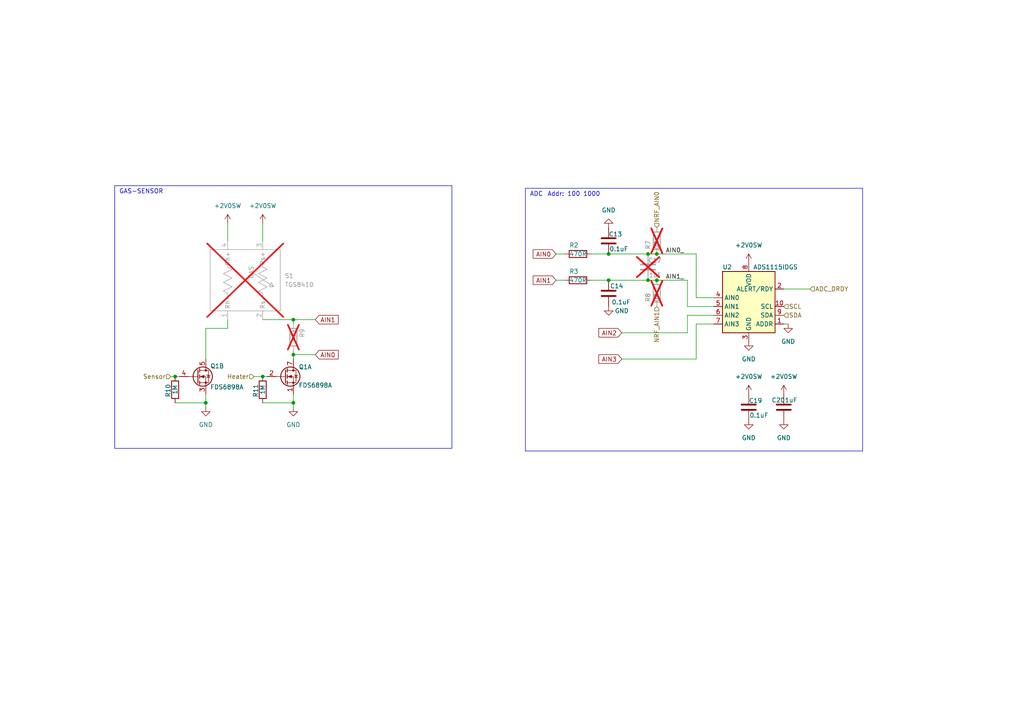
<source format=kicad_sch>
(kicad_sch (version 20231120) (generator "eeschema") (generator_version "8.0")
  (paper "A4")
  (lib_symbols
    (symbol "Analog_ADC:ADS1115IDGS"
      (property "Reference" "U" (at 2.54 13.97 0))
      (property "Value" "ADS1115IDGS" (at 7.62 11.43 0))
      (symbol "ADS1115IDGS_0_1"
        (rectangle (start -7.62 10.16) (end 7.62 -7.62) (stroke (width 0.254)) (fill (type background)))
      )
      (symbol "ADS1115IDGS_1_1"
        (pin input line (at 10.16 -5.08 180) (length 2.54) (name "ADDR") (number "1"))
        (pin input line (at 10.16 0 180) (length 2.54) (name "SCL") (number "10"))
        (pin output line (at 10.16 5.08 180) (length 2.54) (name "ALERT/RDY") (number "2"))
        (pin power_in line (at 0 -10.16 90) (length 2.54) (name "GND") (number "3"))
        (pin input line (at -10.16 2.54 0) (length 2.54) (name "AIN0") (number "4"))
        (pin input line (at -10.16 0 0) (length 2.54) (name "AIN1") (number "5"))
        (pin input line (at -10.16 -2.54 0) (length 2.54) (name "AIN2") (number "6"))
        (pin input line (at -10.16 -5.08 0) (length 2.54) (name "AIN3") (number "7"))
        (pin power_in line (at 0 12.7 270) (length 2.54) (name "VDD") (number "8"))
        (pin bidirectional line (at 10.16 -2.54 180) (length 2.54) (name "SDA") (number "9"))
      )
    )
    (symbol "Library:C" (pin_numbers hide) (pin_names (offset 0.254))
      (property "Reference" "C" (at 0.635 2.54 0))
      (property "Value" "C" (at 0.635 -2.54 0))
      (symbol "C_0_1"
        (polyline (pts (xy -2.032 -0.762) (xy 2.032 -0.762)) (stroke (width 0.508)))
        (polyline (pts (xy -2.032 0.762) (xy 2.032 0.762)) (stroke (width 0.508)))
      )
      (symbol "C_1_1"
        (pin passive line (at 0 3.81 270) (length 2.794) (name "~") (number "1"))
        (pin passive line (at 0 -3.81 90) (length 2.794) (name "~") (number "2"))
      )
    )
    (symbol "Library:R" (pin_numbers hide) (pin_names (offset 0))
      (property "Reference" "R" (at 2.032 0 90))
      (property "Value" "R" (at 0 0 90))
      (symbol "R_0_1"
        (rectangle (start -1.016 -2.54) (end 1.016 2.54) (stroke (width 0.254)))
      )
      (symbol "R_1_1"
        (pin passive line (at 0 3.81 270) (length 1.27) (name "~") (number "1"))
        (pin passive line (at 0 -3.81 90) (length 1.27) (name "~") (number "2"))
      )
    )
    (symbol "Methansense:TGS8410"
      (property "Reference" "S" (at -8.128 11.176 0))
      (property "Value" "TGS8410" (at 0 0 0))
      (symbol "TGS8410_0_1"
        (rectangle (start -8.89 10.16) (end 8.89 -10.16))
        (polyline (pts (xy -1.905 2.54) (xy 1.905 8.255) (xy 0.635 7.62) (xy 1.905 6.985) (xy 1.905 8.255)))
        (polyline (pts (xy -3.81 -5.08) (xy -4.445 -5.08) (xy -3.81 -5.08) (xy -3.81 -5.08) (xy -3.175 -3.81) (xy -1.905 -6.35) (xy -0.635 -3.81) (xy 0.635 -6.35) (xy 1.905 -3.81) (xy 3.175 -6.35) (xy 3.81 -5.08) (xy 3.81 -5.08) (xy 4.445 -5.08)))
        (polyline (pts (xy -3.81 5.08) (xy -4.445 5.08) (xy -3.81 5.08) (xy -3.81 5.08) (xy -3.175 6.35) (xy -1.905 3.81) (xy -0.635 6.35) (xy 0.635 3.81) (xy 1.905 6.35) (xy 3.175 3.81) (xy 3.81 5.08) (xy 3.81 5.08) (xy 4.445 5.08)))
      )
      (symbol "TGS8410_1_1"
        (text "GAS\n" (at -2.286 1.778 0) (effects (font (size 1.27 1.27))))
        (pin power_out line (at 11.43 -5.08 180) (length 2.54) (name "Rh-") (number "1"))
        (pin power_out line (at 11.43 5.08 180) (length 2.54) (name "Rs-") (number "2"))
        (pin power_in line (at -11.43 5.08 0) (length 2.54) (name "Rs+") (number "3"))
        (pin power_in line (at -11.43 -5.08 0) (length 2.54) (name "Rh+") (number "4"))
      )
    )
    (symbol "Transistor_FET:DMG9926USD" (pin_names hide)
      (property "Reference" "Q" (at 5.08 1.905 0))
      (property "Value" "FDS6892A" (at 5.08 0 0))
      (symbol "DMG9926USD_0_1"
        (polyline (pts (xy 0.254 0) (xy -2.54 0)))
        (polyline (pts (xy 0.254 1.905) (xy 0.254 -1.905)) (stroke (width 0.254)))
        (polyline (pts (xy 0.762 -1.27) (xy 0.762 -2.286)) (stroke (width 0.254)))
        (polyline (pts (xy 0.762 0.508) (xy 0.762 -0.508)) (stroke (width 0.254)))
        (polyline (pts (xy 0.762 2.286) (xy 0.762 1.27)) (stroke (width 0.254)))
        (polyline (pts (xy 2.54 2.54) (xy 2.54 1.778)))
        (polyline (pts (xy 2.54 -2.54) (xy 2.54 0) (xy 0.762 0)))
        (polyline (pts (xy 0.762 -1.778) (xy 3.302 -1.778) (xy 3.302 1.778) (xy 0.762 1.778)))
        (polyline (pts (xy 1.016 0) (xy 2.032 0.381) (xy 2.032 -0.381) (xy 1.016 0)) (fill (type outline)))
        (polyline (pts (xy 2.794 0.508) (xy 2.921 0.381) (xy 3.683 0.381) (xy 3.81 0.254)))
        (polyline (pts (xy 3.302 0.381) (xy 2.921 -0.254) (xy 3.683 -0.254) (xy 3.302 0.381)))
        (circle (center 1.651 0) (radius 2.794) (stroke (width 0.254)))
        (circle (center 2.54 -1.778) (radius 0.254) (fill (type outline)))
        (circle (center 2.54 1.778) (radius 0.254) (fill (type outline)))
      )
      (symbol "DMG9926USD_1_1"
        (pin passive line (at 2.54 -5.08 90) (length 2.54) (name "S1") (number "1"))
        (pin passive line (at -5.08 0 0) (length 2.54) (name "G1") (number "2"))
        (pin passive line (at 2.54 5.08 270) (length 2.54) (name "D1") (number "7"))
        (pin passive line (at 2.54 5.08 270) (length 2.54) hide (name "D1") (number "8"))
      )
      (symbol "DMG9926USD_2_1"
        (pin passive line (at 2.54 -5.08 90) (length 2.54) (name "S2") (number "3"))
        (pin passive line (at -5.08 0 0) (length 2.54) (name "G2") (number "4"))
        (pin passive line (at 2.54 5.08 270) (length 2.54) (name "D2") (number "5"))
        (pin passive line (at 2.54 5.08 270) (length 2.54) hide (name "D2") (number "6"))
      )
    )
    (symbol "power:+1V8" (power) (pin_numbers hide) (pin_names (offset 0) hide)
      (property "Value" "+1V8" (at 0 3.556 0))
      (symbol "+1V8_0_1"
        (polyline (pts (xy -0.762 1.27) (xy 0 2.54)))
        (polyline (pts (xy 0 0) (xy 0 2.54)))
        (polyline (pts (xy 0 2.54) (xy 0.762 1.27)))
      )
      (symbol "+1V8_1_1"
        (pin power_in line (at 0 0 90) (length 0) (name "~") (number "1"))
      )
    )
    (symbol "power:GND" (power) (pin_names (offset 0))
      (property "Value" "GND" (at 0 -3.81 0))
      (symbol "GND_0_1"
        (polyline (pts (xy 0 0) (xy 0 -1.27) (xy 1.27 -1.27) (xy 0 -2.54) (xy -1.27 -1.27) (xy 0 -1.27)))
      )
      (symbol "GND_1_1"
        (pin power_in line (at 0 0 270) (length 0) hide (name "GND") (number "1"))
      )
    )
  )
  (junction (at 85.09 92.71))
  (junction (at 176.53 81.28))
  (junction (at 50.8 109.22))
  (junction (at 59.69 116.84))
  (junction (at 85.09 116.84))
  (junction (at 190.5 81.28))
  (junction (at 176.53 73.66))
  (junction (at 187.96 73.66))
  (junction (at 187.96 81.28))
  (junction (at 76.2 109.22))
  (junction (at 190.5 73.66))
  (junction (at 85.09 102.87))
  (wire (pts (xy 85.09 92.71) (xy 76.2 92.71)))
  (polyline (pts (xy 152.4 54.61) (xy 152.4 130.81)))
  (wire (pts (xy 199.39 88.9) (xy 207.01 88.9)))
  (wire (pts (xy 201.93 93.98) (xy 201.93 104.14)))
  (wire (pts (xy 199.39 96.52) (xy 199.39 91.44)))
  (wire (pts (xy 66.04 95.25) (xy 66.04 92.71)))
  (polyline (pts (xy 131.064 53.848) (xy 33.274 53.848)))
  (wire (pts (xy 76.2 64.77) (xy 76.2 69.85)))
  (wire (pts (xy 73.66 109.22) (xy 76.2 109.22)))
  (wire (pts (xy 50.8 109.22) (xy 52.07 109.22)))
  (wire (pts (xy 228.6 93.98) (xy 227.33 93.98)))
  (polyline (pts (xy 250.19 130.81) (xy 152.4 130.81)))
  (wire (pts (xy 50.8 116.84) (xy 59.69 116.84)))
  (wire (pts (xy 161.29 73.66) (xy 163.83 73.66)))
  (wire (pts (xy 85.09 116.84) (xy 85.09 114.3)))
  (wire (pts (xy 199.39 91.44) (xy 207.01 91.44)))
  (wire (pts (xy 199.39 81.28) (xy 199.39 88.9)))
  (wire (pts (xy 190.5 81.28) (xy 199.39 81.28)))
  (wire (pts (xy 171.45 73.66) (xy 176.53 73.66)))
  (wire (pts (xy 176.53 73.66) (xy 187.96 73.66)))
  (wire (pts (xy 201.93 86.36) (xy 207.01 86.36)))
  (wire (pts (xy 49.53 109.22) (xy 50.8 109.22)))
  (wire (pts (xy 91.44 92.71) (xy 85.09 92.71)))
  (wire (pts (xy 207.01 93.98) (xy 201.93 93.98)))
  (wire (pts (xy 234.95 83.82) (xy 227.33 83.82)))
  (polyline (pts (xy 250.19 54.61) (xy 250.19 130.81)))
  (wire (pts (xy 176.53 81.28) (xy 187.96 81.28)))
  (wire (pts (xy 59.69 104.14) (xy 59.69 95.25)))
  (polyline (pts (xy 131.064 53.848) (xy 131.064 130.048)))
  (wire (pts (xy 201.93 73.66) (xy 201.93 86.36)))
  (wire (pts (xy 91.44 102.87) (xy 85.09 102.87)))
  (wire (pts (xy 161.29 81.28) (xy 163.83 81.28)))
  (wire (pts (xy 85.09 92.71) (xy 85.09 93.98)))
  (wire (pts (xy 66.04 64.77) (xy 66.04 69.85)))
  (polyline (pts (xy 33.274 53.848) (xy 33.274 130.048)))
  (wire (pts (xy 85.09 102.87) (xy 85.09 104.14)))
  (wire (pts (xy 180.34 104.14) (xy 201.93 104.14)))
  (wire (pts (xy 171.45 81.28) (xy 176.53 81.28)))
  (wire (pts (xy 59.69 116.84) (xy 59.69 114.3)))
  (wire (pts (xy 59.69 118.11) (xy 59.69 116.84)))
  (wire (pts (xy 85.09 101.6) (xy 85.09 102.87)))
  (wire (pts (xy 187.96 81.28) (xy 190.5 81.28)))
  (wire (pts (xy 76.2 109.22) (xy 77.47 109.22)))
  (wire (pts (xy 180.34 96.52) (xy 199.39 96.52)))
  (wire (pts (xy 187.96 73.66) (xy 190.5 73.66)))
  (polyline (pts (xy 250.19 54.61) (xy 152.4 54.61)))
  (wire (pts (xy 76.2 116.84) (xy 85.09 116.84)))
  (wire (pts (xy 190.5 73.66) (xy 201.93 73.66)))
  (polyline (pts (xy 131.064 130.048) (xy 33.274 130.048)))
  (wire (pts (xy 59.69 95.25) (xy 66.04 95.25)))
  (wire (pts (xy 85.09 118.11) (xy 85.09 116.84)))
  (text "ADC" (at 153.67 57.15 0) (effects (font (size 1.27 1.27)) (justify left bottom)))
  (text "Addr: 100 1000\n" (at 158.75 57.15 0) (effects (font (size 1.27 1.27)) (justify left bottom)))
  (text "GAS-SENSOR" (at 34.544 56.388 0) (effects (font (size 1.27 1.27)) (justify left bottom)))
  (label "AIN1_" (at 193.04 81.28 0))
  (label "AIN0_" (at 193.04 73.66 0))
  (global_label "AIN3" (shape input) (at 180.34 104.14 180) (property "Intersheetrefs" "${INTERSHEET_REFS}" (effects (hide yes))))
  (global_label "AIN1" (shape input) (at 91.44 92.71 0) (property "Intersheetrefs" "${INTERSHEET_REFS}" (effects (hide yes))))
  (global_label "AIN0" (shape input) (at 91.44 102.87 0) (property "Intersheetrefs" "${INTERSHEET_REFS}" (effects (hide yes))))
  (global_label "AIN1" (shape input) (at 161.29 81.28 180) (property "Intersheetrefs" "${INTERSHEET_REFS}" (effects (hide yes))))
  (global_label "AIN0" (shape input) (at 161.29 73.66 180) (property "Intersheetrefs" "${INTERSHEET_REFS}" (effects (hide yes))))
  (global_label "AIN2" (shape input) (at 180.34 96.52 180) (property "Intersheetrefs" "${INTERSHEET_REFS}" (effects (hide yes))))
  (hierarchical_label "NRF_AIN0" (shape input) (at 190.5 66.04 90))
  (hierarchical_label "SCL" (shape input) (at 227.33 88.9 0))
  (hierarchical_label "SDA" (shape input) (at 227.33 91.44 0))
  (hierarchical_label "Sensor" (shape input) (at 49.53 109.22 180))
  (hierarchical_label "ADC_DRDY" (shape input) (at 234.95 83.82 0))
  (hierarchical_label "Heater" (shape input) (at 73.66 109.22 180))
  (hierarchical_label "NRF_AIN1" (shape input) (at 190.5 88.9 270))
  (symbol (lib_id "Transistor_FET:DMG9926USD") (at 57.15 109.22 0) (unit 2)
    (property "Reference" "Q1" (at 60.96 106.172 0) (effects (justify left)))
    (property "Value" "FDS6898A" (at 60.96 112.268 0) (effects (justify left)))
    (property "Footprint" "Package_SO:SOIC-8_3.9x4.9mm_P1.27mm" (effects (hide yes)))
    (property "Datasheet" "https://www.onsemi.com/pub/Collateral/FDS6892A-D.pdf" (effects (hide yes)))
    (property "Description" "9.4A Id, 20V Vds, Dual N-Channel MOSFET , 14mOhm Ron, SO-8" (effects (hide yes)))
    (property "MPN" "FDS6898A" (effects (hide yes)))
  )
  (symbol (lib_id "power:GND") (at 217.17 99.06 0) (unit 1)
    (property "Reference" "#PWR018" (effects (hide yes)))
    (property "Value" "GND" (at 217.17 104.14 0))
  )
  (symbol (lib_id "Library:C") (at 176.53 85.09 180) (unit 1)
    (property "Reference" "C14" (at 180.8338 82.9619 0) (effects (justify left)))
    (property "Value" "0.1uF" (at 182.88 87.63 0) (effects (justify left)))
    (property "Footprint" "Capacitor_SMD:C_0603_1608Metric" (effects (hide yes)))
    (property "Description" "Unpolarized capacitor" (effects (hide yes)))
  )
  (symbol (lib_id "power:+1V8") (at 66.04 64.77 0) (unit 1)
    (property "Reference" "#PWR032" (effects (hide yes)))
    (property "Value" "+2V0SW" (at 66.04 59.69 0))
    (property "Description" "Power symbol creates a global label with name \"+1V8\"" (effects (hide yes)))
  )
  (symbol (lib_id "power:+1V8") (at 217.17 114.3 0) (unit 1)
    (property "Reference" "#PWR021" (effects (hide yes)))
    (property "Value" "+2V0SW" (at 217.17 109.22 0))
    (property "Description" "Power symbol creates a global label with name \"+1V8\"" (effects (hide yes)))
  )
  (symbol (lib_id "Library:R") (at 190.5 69.85 0) (unit 1) (dnp yes)
    (property "Reference" "R7" (at 187.96 72.39 90) (effects (justify left)))
    (property "Value" "0R" (at 190.5 72.39 90) (effects (justify left)))
    (property "Footprint" "Resistor_SMD:R_0603_1608Metric" (effects (hide yes)))
    (property "Description" "Resistor" (effects (hide yes)))
  )
  (symbol (lib_id "Transistor_FET:DMG9926USD") (at 82.55 109.22 0) (unit 1)
    (property "Reference" "Q1" (at 86.614 106.426 0) (effects (justify left)))
    (property "Value" "FDS6898A" (at 86.614 111.76 0) (effects (justify left)))
    (property "Footprint" "Package_SO:SOIC-8_3.9x4.9mm_P1.27mm" (effects (hide yes)))
    (property "Datasheet" "https://www.onsemi.com/pub/Collateral/FDS6892A-D.pdf" (effects (hide yes)))
    (property "Description" "9.4A Id, 20V Vds, Dual N-Channel MOSFET , 14mOhm Ron, SO-8" (effects (hide yes)))
    (property "MPN" "FDS6898A" (effects (hide yes)))
  )
  (symbol (lib_id "Library:C") (at 187.96 77.47 0) (unit 1) (dnp yes)
    (property "Reference" "C17" (at 187.9881 75.5594 0) (effects (justify left)))
    (property "Value" "1uF" (at 188.1604 79.8364 0) (effects (justify left)))
    (property "Footprint" "Capacitor_SMD:C_0603_1608Metric" (effects (hide yes)))
    (property "Description" "Unpolarized capacitor" (effects (hide yes)))
  )
  (symbol (lib_id "power:+1V8") (at 217.17 76.2 0) (unit 1)
    (property "Reference" "#PWR016" (effects (hide yes)))
    (property "Value" "+2V0SW" (at 217.17 71.12 0))
    (property "Description" "Power symbol creates a global label with name \"+1V8\"" (effects (hide yes)))
  )
  (symbol (lib_id "Library:C") (at 217.17 118.11 0) (unit 1)
    (property "Reference" "C19" (at 217.1981 116.1994 0) (effects (justify left)))
    (property "Value" "0.1uF" (at 217.3704 120.4764 0) (effects (justify left)))
    (property "Footprint" "Capacitor_SMD:C_0603_1608Metric" (effects (hide yes)))
    (property "Description" "Unpolarized capacitor" (effects (hide yes)))
  )
  (symbol (lib_id "power:GND") (at 176.53 88.9 0) (unit 1)
    (property "Reference" "#PWR05" (effects (hide yes)))
    (property "Value" "GND" (at 180.34 90.17 0))
  )
  (symbol (lib_id "power:+1V8") (at 76.2 64.77 0) (unit 1)
    (property "Reference" "#PWR039" (effects (hide yes)))
    (property "Value" "+2V0SW" (at 76.2 59.69 0))
    (property "Description" "Power symbol creates a global label with name \"+1V8\"" (effects (hide yes)))
  )
  (symbol (lib_id "Library:R") (at 76.2 113.03 180) (unit 1)
    (property "Reference" "R11" (at 74.168 113.284 90))
    (property "Value" "1M" (at 76.2 113.03 90))
    (property "Footprint" "Resistor_SMD:R_0603_1608Metric" (effects (hide yes)))
    (property "Description" "Resistor" (effects (hide yes)))
  )
  (symbol (lib_id "Analog_ADC:ADS1115IDGS") (at 217.17 88.9 0) (unit 1)
    (property "Reference" "U2" (at 209.55 77.47 0) (effects (justify left)))
    (property "Value" "ADS1115IDGS" (at 218.44 77.47 0) (effects (justify left)))
    (property "Footprint" "Package_SO:TSSOP-10_3x3mm_P0.5mm" (effects (hide yes)))
    (property "Datasheet" "http://www.ti.com/lit/ds/symlink/ads1113.pdf" (effects (hide yes)))
    (property "MPN" "ADS1115IDGS" (effects (hide yes)))
  )
  (symbol (lib_id "Library:R") (at 167.64 73.66 270) (unit 1)
    (property "Reference" "R2" (at 165.1 71.12 90) (effects (justify left)))
    (property "Value" "470R" (at 165.1 73.66 90) (effects (justify left)))
    (property "Footprint" "Resistor_SMD:R_0603_1608Metric" (effects (hide yes)))
    (property "Description" "Resistor" (effects (hide yes)))
  )
  (symbol (lib_id "power:GND") (at 85.09 118.11 0) (unit 1)
    (property "Reference" "#PWR038" (effects (hide yes)))
    (property "Value" "GND" (at 85.09 123.19 0))
  )
  (symbol (lib_id "power:GND") (at 176.53 66.04 180) (unit 1)
    (property "Reference" "#PWR01" (effects (hide yes)))
    (property "Value" "GND" (at 176.53 60.96 0))
  )
  (symbol (lib_id "power:GND") (at 59.69 118.11 0) (unit 1)
    (property "Reference" "#PWR037" (effects (hide yes)))
    (property "Value" "GND" (at 59.69 123.19 0))
  )
  (symbol (lib_id "power:+1V8") (at 227.33 114.3 0) (unit 1)
    (property "Reference" "#PWR035" (effects (hide yes)))
    (property "Value" "+2V0SW" (at 227.33 109.22 0))
    (property "Description" "Power symbol creates a global label with name \"+1V8\"" (effects (hide yes)))
  )
  (symbol (lib_id "Library:R") (at 85.09 97.79 180) (unit 1) (dnp yes)
    (property "Reference" "R9" (at 87.63 95.25 90) (effects (justify left)))
    (property "Value" "<2k" (at 85.09 95.25 90) (effects (justify left)))
    (property "Footprint" "Resistor_SMD:R_0603_1608Metric" (effects (hide yes)))
    (property "Description" "Resistor" (effects (hide yes)))
  )
  (symbol (lib_id "power:GND") (at 227.33 121.92 0) (unit 1)
    (property "Reference" "#PWR036" (effects (hide yes)))
    (property "Value" "GND" (at 227.33 127 0))
  )
  (symbol (lib_id "Library:C") (at 227.33 118.11 0) (unit 1)
    (property "Reference" "C20" (at 223.774 116.078 0) (effects (justify left)))
    (property "Value" "1uF" (at 227.584 116.078 0) (effects (justify left)))
    (property "Footprint" "Capacitor_SMD:C_0603_1608Metric" (effects (hide yes)))
    (property "Description" "Unpolarized capacitor" (effects (hide yes)))
  )
  (symbol (lib_id "power:GND") (at 217.17 121.92 0) (unit 1)
    (property "Reference" "#PWR030" (effects (hide yes)))
    (property "Value" "GND" (at 217.17 127 0))
  )
  (symbol (lib_id "Library:R") (at 50.8 113.03 180) (unit 1)
    (property "Reference" "R10" (at 48.768 113.284 90))
    (property "Value" "1M" (at 50.8 113.03 90))
    (property "Footprint" "Resistor_SMD:R_0603_1608Metric" (effects (hide yes)))
    (property "Description" "Resistor" (effects (hide yes)))
  )
  (symbol (lib_id "Library:C") (at 176.53 69.85 0) (unit 1)
    (property "Reference" "C13" (at 176.5581 67.9394 0) (effects (justify left)))
    (property "Value" "0.1uF" (at 176.7304 72.2164 0) (effects (justify left)))
    (property "Footprint" "Capacitor_SMD:C_0603_1608Metric" (effects (hide yes)))
    (property "Description" "Unpolarized capacitor" (effects (hide yes)))
  )
  (symbol (lib_id "Methansense:TGS8410") (at 71.12 81.28 270) (unit 1) (dnp yes)
    (property "Reference" "S1" (at 82.55 80.0099 90) (effects (justify left)))
    (property "Value" "TGS8410" (at 82.55 82.5499 90) (effects (justify left)))
    (property "Footprint" "Methanesense:TGS8410" (effects (hide yes)))
    (property "Datasheet" "https://www.figarosensor.com/product/docs/tgs8410_product%20information%28fusa%29_rev05.pdf" (effects (hide yes)))
    (property "Description" "MOX gas sensor" (effects (hide yes)))
    (property "MPN" "TGS8410" (effects (hide yes)))
  )
  (symbol (lib_id "power:GND") (at 228.6 93.98 0) (unit 1)
    (property "Reference" "#PWR012" (effects (hide yes)))
    (property "Value" "GND" (at 228.6 99.06 0))
  )
  (symbol (lib_id "Library:R") (at 167.64 81.28 270) (unit 1)
    (property "Reference" "R3" (at 165.1 78.74 90) (effects (justify left)))
    (property "Value" "470R" (at 165.1 81.28 90) (effects (justify left)))
    (property "Footprint" "Resistor_SMD:R_0603_1608Metric" (effects (hide yes)))
    (property "Description" "Resistor" (effects (hide yes)))
  )
  (symbol (lib_id "Library:R") (at 190.5 85.09 0) (unit 1) (dnp yes)
    (property "Reference" "R8" (at 187.96 87.63 90) (effects (justify left)))
    (property "Value" "0R" (at 190.5 87.63 90) (effects (justify left)))
    (property "Footprint" "Resistor_SMD:R_0603_1608Metric" (effects (hide yes)))
    (property "Description" "Resistor" (effects (hide yes)))
  )
)
</source>
